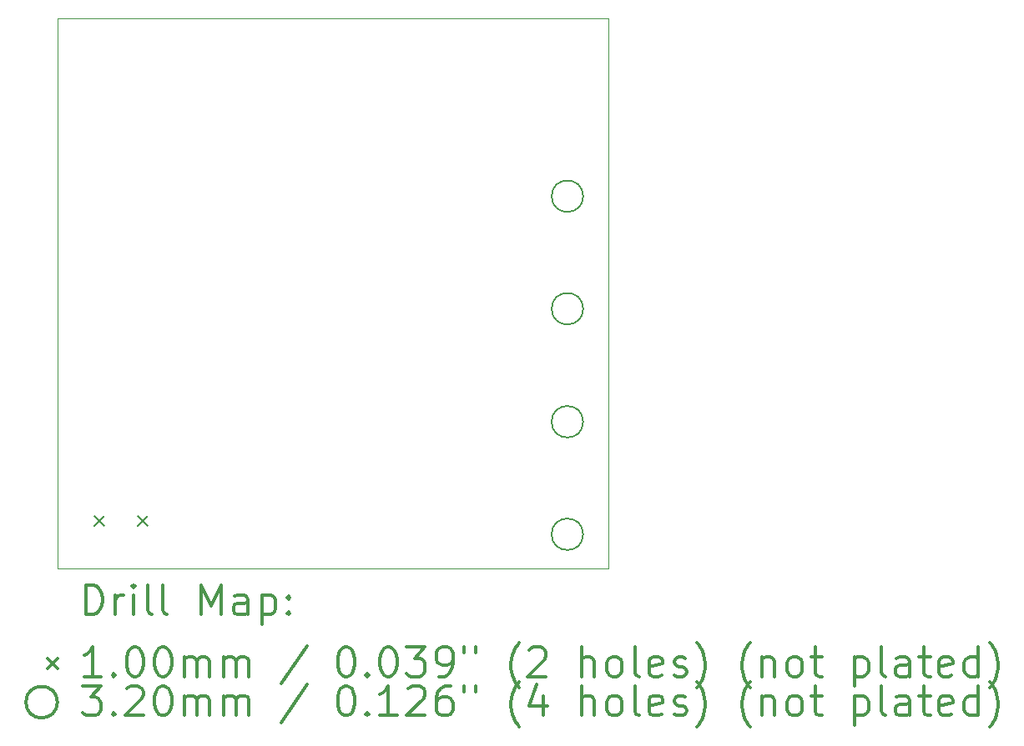
<source format=gbr>
%FSLAX45Y45*%
G04 Gerber Fmt 4.5, Leading zero omitted, Abs format (unit mm)*
G04 Created by KiCad (PCBNEW 5.0.1+dfsg1-2) date Fri 19 Oct 2018 12:08:07 CEST*
%MOMM*%
%LPD*%
G01*
G04 APERTURE LIST*
%ADD10C,0.100000*%
%ADD11C,0.200000*%
%ADD12C,0.300000*%
G04 APERTURE END LIST*
D10*
X8407400Y-5200650D02*
X8407400Y-10788650D01*
X13995400Y-10788650D02*
X8407400Y-10788650D01*
X13995400Y-5200650D02*
X13995400Y-10788650D01*
X8407400Y-5200650D02*
X13995400Y-5200650D01*
D11*
X8778750Y-10256050D02*
X8878750Y-10356050D01*
X8878750Y-10256050D02*
X8778750Y-10356050D01*
X9218750Y-10256050D02*
X9318750Y-10356050D01*
X9318750Y-10256050D02*
X9218750Y-10356050D01*
X13736300Y-7010400D02*
G75*
G03X13736300Y-7010400I-160000J0D01*
G01*
X13736300Y-8153400D02*
G75*
G03X13736300Y-8153400I-160000J0D01*
G01*
X13736300Y-9301480D02*
G75*
G03X13736300Y-9301480I-160000J0D01*
G01*
X13736300Y-10444480D02*
G75*
G03X13736300Y-10444480I-160000J0D01*
G01*
D12*
X8688828Y-11259364D02*
X8688828Y-10959364D01*
X8760257Y-10959364D01*
X8803114Y-10973650D01*
X8831686Y-11002222D01*
X8845971Y-11030793D01*
X8860257Y-11087936D01*
X8860257Y-11130793D01*
X8845971Y-11187936D01*
X8831686Y-11216507D01*
X8803114Y-11245079D01*
X8760257Y-11259364D01*
X8688828Y-11259364D01*
X8988828Y-11259364D02*
X8988828Y-11059364D01*
X8988828Y-11116507D02*
X9003114Y-11087936D01*
X9017400Y-11073650D01*
X9045971Y-11059364D01*
X9074543Y-11059364D01*
X9174543Y-11259364D02*
X9174543Y-11059364D01*
X9174543Y-10959364D02*
X9160257Y-10973650D01*
X9174543Y-10987936D01*
X9188828Y-10973650D01*
X9174543Y-10959364D01*
X9174543Y-10987936D01*
X9360257Y-11259364D02*
X9331686Y-11245079D01*
X9317400Y-11216507D01*
X9317400Y-10959364D01*
X9517400Y-11259364D02*
X9488828Y-11245079D01*
X9474543Y-11216507D01*
X9474543Y-10959364D01*
X9860257Y-11259364D02*
X9860257Y-10959364D01*
X9960257Y-11173650D01*
X10060257Y-10959364D01*
X10060257Y-11259364D01*
X10331686Y-11259364D02*
X10331686Y-11102222D01*
X10317400Y-11073650D01*
X10288828Y-11059364D01*
X10231686Y-11059364D01*
X10203114Y-11073650D01*
X10331686Y-11245079D02*
X10303114Y-11259364D01*
X10231686Y-11259364D01*
X10203114Y-11245079D01*
X10188828Y-11216507D01*
X10188828Y-11187936D01*
X10203114Y-11159364D01*
X10231686Y-11145079D01*
X10303114Y-11145079D01*
X10331686Y-11130793D01*
X10474543Y-11059364D02*
X10474543Y-11359364D01*
X10474543Y-11073650D02*
X10503114Y-11059364D01*
X10560257Y-11059364D01*
X10588828Y-11073650D01*
X10603114Y-11087936D01*
X10617400Y-11116507D01*
X10617400Y-11202221D01*
X10603114Y-11230793D01*
X10588828Y-11245079D01*
X10560257Y-11259364D01*
X10503114Y-11259364D01*
X10474543Y-11245079D01*
X10745971Y-11230793D02*
X10760257Y-11245079D01*
X10745971Y-11259364D01*
X10731686Y-11245079D01*
X10745971Y-11230793D01*
X10745971Y-11259364D01*
X10745971Y-11073650D02*
X10760257Y-11087936D01*
X10745971Y-11102222D01*
X10731686Y-11087936D01*
X10745971Y-11073650D01*
X10745971Y-11102222D01*
X8302400Y-11703650D02*
X8402400Y-11803650D01*
X8402400Y-11703650D02*
X8302400Y-11803650D01*
X8845971Y-11889364D02*
X8674543Y-11889364D01*
X8760257Y-11889364D02*
X8760257Y-11589364D01*
X8731686Y-11632221D01*
X8703114Y-11660793D01*
X8674543Y-11675079D01*
X8974543Y-11860793D02*
X8988828Y-11875079D01*
X8974543Y-11889364D01*
X8960257Y-11875079D01*
X8974543Y-11860793D01*
X8974543Y-11889364D01*
X9174543Y-11589364D02*
X9203114Y-11589364D01*
X9231686Y-11603650D01*
X9245971Y-11617936D01*
X9260257Y-11646507D01*
X9274543Y-11703650D01*
X9274543Y-11775079D01*
X9260257Y-11832221D01*
X9245971Y-11860793D01*
X9231686Y-11875079D01*
X9203114Y-11889364D01*
X9174543Y-11889364D01*
X9145971Y-11875079D01*
X9131686Y-11860793D01*
X9117400Y-11832221D01*
X9103114Y-11775079D01*
X9103114Y-11703650D01*
X9117400Y-11646507D01*
X9131686Y-11617936D01*
X9145971Y-11603650D01*
X9174543Y-11589364D01*
X9460257Y-11589364D02*
X9488828Y-11589364D01*
X9517400Y-11603650D01*
X9531686Y-11617936D01*
X9545971Y-11646507D01*
X9560257Y-11703650D01*
X9560257Y-11775079D01*
X9545971Y-11832221D01*
X9531686Y-11860793D01*
X9517400Y-11875079D01*
X9488828Y-11889364D01*
X9460257Y-11889364D01*
X9431686Y-11875079D01*
X9417400Y-11860793D01*
X9403114Y-11832221D01*
X9388828Y-11775079D01*
X9388828Y-11703650D01*
X9403114Y-11646507D01*
X9417400Y-11617936D01*
X9431686Y-11603650D01*
X9460257Y-11589364D01*
X9688828Y-11889364D02*
X9688828Y-11689364D01*
X9688828Y-11717936D02*
X9703114Y-11703650D01*
X9731686Y-11689364D01*
X9774543Y-11689364D01*
X9803114Y-11703650D01*
X9817400Y-11732221D01*
X9817400Y-11889364D01*
X9817400Y-11732221D02*
X9831686Y-11703650D01*
X9860257Y-11689364D01*
X9903114Y-11689364D01*
X9931686Y-11703650D01*
X9945971Y-11732221D01*
X9945971Y-11889364D01*
X10088828Y-11889364D02*
X10088828Y-11689364D01*
X10088828Y-11717936D02*
X10103114Y-11703650D01*
X10131686Y-11689364D01*
X10174543Y-11689364D01*
X10203114Y-11703650D01*
X10217400Y-11732221D01*
X10217400Y-11889364D01*
X10217400Y-11732221D02*
X10231686Y-11703650D01*
X10260257Y-11689364D01*
X10303114Y-11689364D01*
X10331686Y-11703650D01*
X10345971Y-11732221D01*
X10345971Y-11889364D01*
X10931686Y-11575079D02*
X10674543Y-11960793D01*
X11317400Y-11589364D02*
X11345971Y-11589364D01*
X11374543Y-11603650D01*
X11388828Y-11617936D01*
X11403114Y-11646507D01*
X11417400Y-11703650D01*
X11417400Y-11775079D01*
X11403114Y-11832221D01*
X11388828Y-11860793D01*
X11374543Y-11875079D01*
X11345971Y-11889364D01*
X11317400Y-11889364D01*
X11288828Y-11875079D01*
X11274543Y-11860793D01*
X11260257Y-11832221D01*
X11245971Y-11775079D01*
X11245971Y-11703650D01*
X11260257Y-11646507D01*
X11274543Y-11617936D01*
X11288828Y-11603650D01*
X11317400Y-11589364D01*
X11545971Y-11860793D02*
X11560257Y-11875079D01*
X11545971Y-11889364D01*
X11531686Y-11875079D01*
X11545971Y-11860793D01*
X11545971Y-11889364D01*
X11745971Y-11589364D02*
X11774543Y-11589364D01*
X11803114Y-11603650D01*
X11817400Y-11617936D01*
X11831686Y-11646507D01*
X11845971Y-11703650D01*
X11845971Y-11775079D01*
X11831686Y-11832221D01*
X11817400Y-11860793D01*
X11803114Y-11875079D01*
X11774543Y-11889364D01*
X11745971Y-11889364D01*
X11717400Y-11875079D01*
X11703114Y-11860793D01*
X11688828Y-11832221D01*
X11674543Y-11775079D01*
X11674543Y-11703650D01*
X11688828Y-11646507D01*
X11703114Y-11617936D01*
X11717400Y-11603650D01*
X11745971Y-11589364D01*
X11945971Y-11589364D02*
X12131686Y-11589364D01*
X12031686Y-11703650D01*
X12074543Y-11703650D01*
X12103114Y-11717936D01*
X12117400Y-11732221D01*
X12131686Y-11760793D01*
X12131686Y-11832221D01*
X12117400Y-11860793D01*
X12103114Y-11875079D01*
X12074543Y-11889364D01*
X11988828Y-11889364D01*
X11960257Y-11875079D01*
X11945971Y-11860793D01*
X12274543Y-11889364D02*
X12331686Y-11889364D01*
X12360257Y-11875079D01*
X12374543Y-11860793D01*
X12403114Y-11817936D01*
X12417400Y-11760793D01*
X12417400Y-11646507D01*
X12403114Y-11617936D01*
X12388828Y-11603650D01*
X12360257Y-11589364D01*
X12303114Y-11589364D01*
X12274543Y-11603650D01*
X12260257Y-11617936D01*
X12245971Y-11646507D01*
X12245971Y-11717936D01*
X12260257Y-11746507D01*
X12274543Y-11760793D01*
X12303114Y-11775079D01*
X12360257Y-11775079D01*
X12388828Y-11760793D01*
X12403114Y-11746507D01*
X12417400Y-11717936D01*
X12531686Y-11589364D02*
X12531686Y-11646507D01*
X12645971Y-11589364D02*
X12645971Y-11646507D01*
X13088828Y-12003650D02*
X13074543Y-11989364D01*
X13045971Y-11946507D01*
X13031686Y-11917936D01*
X13017400Y-11875079D01*
X13003114Y-11803650D01*
X13003114Y-11746507D01*
X13017400Y-11675079D01*
X13031686Y-11632221D01*
X13045971Y-11603650D01*
X13074543Y-11560793D01*
X13088828Y-11546507D01*
X13188828Y-11617936D02*
X13203114Y-11603650D01*
X13231686Y-11589364D01*
X13303114Y-11589364D01*
X13331686Y-11603650D01*
X13345971Y-11617936D01*
X13360257Y-11646507D01*
X13360257Y-11675079D01*
X13345971Y-11717936D01*
X13174543Y-11889364D01*
X13360257Y-11889364D01*
X13717400Y-11889364D02*
X13717400Y-11589364D01*
X13845971Y-11889364D02*
X13845971Y-11732221D01*
X13831686Y-11703650D01*
X13803114Y-11689364D01*
X13760257Y-11689364D01*
X13731686Y-11703650D01*
X13717400Y-11717936D01*
X14031686Y-11889364D02*
X14003114Y-11875079D01*
X13988828Y-11860793D01*
X13974543Y-11832221D01*
X13974543Y-11746507D01*
X13988828Y-11717936D01*
X14003114Y-11703650D01*
X14031686Y-11689364D01*
X14074543Y-11689364D01*
X14103114Y-11703650D01*
X14117400Y-11717936D01*
X14131686Y-11746507D01*
X14131686Y-11832221D01*
X14117400Y-11860793D01*
X14103114Y-11875079D01*
X14074543Y-11889364D01*
X14031686Y-11889364D01*
X14303114Y-11889364D02*
X14274543Y-11875079D01*
X14260257Y-11846507D01*
X14260257Y-11589364D01*
X14531686Y-11875079D02*
X14503114Y-11889364D01*
X14445971Y-11889364D01*
X14417400Y-11875079D01*
X14403114Y-11846507D01*
X14403114Y-11732221D01*
X14417400Y-11703650D01*
X14445971Y-11689364D01*
X14503114Y-11689364D01*
X14531686Y-11703650D01*
X14545971Y-11732221D01*
X14545971Y-11760793D01*
X14403114Y-11789364D01*
X14660257Y-11875079D02*
X14688828Y-11889364D01*
X14745971Y-11889364D01*
X14774543Y-11875079D01*
X14788828Y-11846507D01*
X14788828Y-11832221D01*
X14774543Y-11803650D01*
X14745971Y-11789364D01*
X14703114Y-11789364D01*
X14674543Y-11775079D01*
X14660257Y-11746507D01*
X14660257Y-11732221D01*
X14674543Y-11703650D01*
X14703114Y-11689364D01*
X14745971Y-11689364D01*
X14774543Y-11703650D01*
X14888828Y-12003650D02*
X14903114Y-11989364D01*
X14931686Y-11946507D01*
X14945971Y-11917936D01*
X14960257Y-11875079D01*
X14974543Y-11803650D01*
X14974543Y-11746507D01*
X14960257Y-11675079D01*
X14945971Y-11632221D01*
X14931686Y-11603650D01*
X14903114Y-11560793D01*
X14888828Y-11546507D01*
X15431686Y-12003650D02*
X15417400Y-11989364D01*
X15388828Y-11946507D01*
X15374543Y-11917936D01*
X15360257Y-11875079D01*
X15345971Y-11803650D01*
X15345971Y-11746507D01*
X15360257Y-11675079D01*
X15374543Y-11632221D01*
X15388828Y-11603650D01*
X15417400Y-11560793D01*
X15431686Y-11546507D01*
X15545971Y-11689364D02*
X15545971Y-11889364D01*
X15545971Y-11717936D02*
X15560257Y-11703650D01*
X15588828Y-11689364D01*
X15631686Y-11689364D01*
X15660257Y-11703650D01*
X15674543Y-11732221D01*
X15674543Y-11889364D01*
X15860257Y-11889364D02*
X15831686Y-11875079D01*
X15817400Y-11860793D01*
X15803114Y-11832221D01*
X15803114Y-11746507D01*
X15817400Y-11717936D01*
X15831686Y-11703650D01*
X15860257Y-11689364D01*
X15903114Y-11689364D01*
X15931686Y-11703650D01*
X15945971Y-11717936D01*
X15960257Y-11746507D01*
X15960257Y-11832221D01*
X15945971Y-11860793D01*
X15931686Y-11875079D01*
X15903114Y-11889364D01*
X15860257Y-11889364D01*
X16045971Y-11689364D02*
X16160257Y-11689364D01*
X16088828Y-11589364D02*
X16088828Y-11846507D01*
X16103114Y-11875079D01*
X16131686Y-11889364D01*
X16160257Y-11889364D01*
X16488828Y-11689364D02*
X16488828Y-11989364D01*
X16488828Y-11703650D02*
X16517400Y-11689364D01*
X16574543Y-11689364D01*
X16603114Y-11703650D01*
X16617400Y-11717936D01*
X16631686Y-11746507D01*
X16631686Y-11832221D01*
X16617400Y-11860793D01*
X16603114Y-11875079D01*
X16574543Y-11889364D01*
X16517400Y-11889364D01*
X16488828Y-11875079D01*
X16803114Y-11889364D02*
X16774543Y-11875079D01*
X16760257Y-11846507D01*
X16760257Y-11589364D01*
X17045971Y-11889364D02*
X17045971Y-11732221D01*
X17031686Y-11703650D01*
X17003114Y-11689364D01*
X16945971Y-11689364D01*
X16917400Y-11703650D01*
X17045971Y-11875079D02*
X17017400Y-11889364D01*
X16945971Y-11889364D01*
X16917400Y-11875079D01*
X16903114Y-11846507D01*
X16903114Y-11817936D01*
X16917400Y-11789364D01*
X16945971Y-11775079D01*
X17017400Y-11775079D01*
X17045971Y-11760793D01*
X17145971Y-11689364D02*
X17260257Y-11689364D01*
X17188828Y-11589364D02*
X17188828Y-11846507D01*
X17203114Y-11875079D01*
X17231686Y-11889364D01*
X17260257Y-11889364D01*
X17474543Y-11875079D02*
X17445971Y-11889364D01*
X17388828Y-11889364D01*
X17360257Y-11875079D01*
X17345971Y-11846507D01*
X17345971Y-11732221D01*
X17360257Y-11703650D01*
X17388828Y-11689364D01*
X17445971Y-11689364D01*
X17474543Y-11703650D01*
X17488828Y-11732221D01*
X17488828Y-11760793D01*
X17345971Y-11789364D01*
X17745971Y-11889364D02*
X17745971Y-11589364D01*
X17745971Y-11875079D02*
X17717400Y-11889364D01*
X17660257Y-11889364D01*
X17631686Y-11875079D01*
X17617400Y-11860793D01*
X17603114Y-11832221D01*
X17603114Y-11746507D01*
X17617400Y-11717936D01*
X17631686Y-11703650D01*
X17660257Y-11689364D01*
X17717400Y-11689364D01*
X17745971Y-11703650D01*
X17860257Y-12003650D02*
X17874543Y-11989364D01*
X17903114Y-11946507D01*
X17917400Y-11917936D01*
X17931686Y-11875079D01*
X17945971Y-11803650D01*
X17945971Y-11746507D01*
X17931686Y-11675079D01*
X17917400Y-11632221D01*
X17903114Y-11603650D01*
X17874543Y-11560793D01*
X17860257Y-11546507D01*
X8402400Y-12149650D02*
G75*
G03X8402400Y-12149650I-160000J0D01*
G01*
X8660257Y-11985364D02*
X8845971Y-11985364D01*
X8745971Y-12099650D01*
X8788828Y-12099650D01*
X8817400Y-12113936D01*
X8831686Y-12128221D01*
X8845971Y-12156793D01*
X8845971Y-12228221D01*
X8831686Y-12256793D01*
X8817400Y-12271079D01*
X8788828Y-12285364D01*
X8703114Y-12285364D01*
X8674543Y-12271079D01*
X8660257Y-12256793D01*
X8974543Y-12256793D02*
X8988828Y-12271079D01*
X8974543Y-12285364D01*
X8960257Y-12271079D01*
X8974543Y-12256793D01*
X8974543Y-12285364D01*
X9103114Y-12013936D02*
X9117400Y-11999650D01*
X9145971Y-11985364D01*
X9217400Y-11985364D01*
X9245971Y-11999650D01*
X9260257Y-12013936D01*
X9274543Y-12042507D01*
X9274543Y-12071079D01*
X9260257Y-12113936D01*
X9088828Y-12285364D01*
X9274543Y-12285364D01*
X9460257Y-11985364D02*
X9488828Y-11985364D01*
X9517400Y-11999650D01*
X9531686Y-12013936D01*
X9545971Y-12042507D01*
X9560257Y-12099650D01*
X9560257Y-12171079D01*
X9545971Y-12228221D01*
X9531686Y-12256793D01*
X9517400Y-12271079D01*
X9488828Y-12285364D01*
X9460257Y-12285364D01*
X9431686Y-12271079D01*
X9417400Y-12256793D01*
X9403114Y-12228221D01*
X9388828Y-12171079D01*
X9388828Y-12099650D01*
X9403114Y-12042507D01*
X9417400Y-12013936D01*
X9431686Y-11999650D01*
X9460257Y-11985364D01*
X9688828Y-12285364D02*
X9688828Y-12085364D01*
X9688828Y-12113936D02*
X9703114Y-12099650D01*
X9731686Y-12085364D01*
X9774543Y-12085364D01*
X9803114Y-12099650D01*
X9817400Y-12128221D01*
X9817400Y-12285364D01*
X9817400Y-12128221D02*
X9831686Y-12099650D01*
X9860257Y-12085364D01*
X9903114Y-12085364D01*
X9931686Y-12099650D01*
X9945971Y-12128221D01*
X9945971Y-12285364D01*
X10088828Y-12285364D02*
X10088828Y-12085364D01*
X10088828Y-12113936D02*
X10103114Y-12099650D01*
X10131686Y-12085364D01*
X10174543Y-12085364D01*
X10203114Y-12099650D01*
X10217400Y-12128221D01*
X10217400Y-12285364D01*
X10217400Y-12128221D02*
X10231686Y-12099650D01*
X10260257Y-12085364D01*
X10303114Y-12085364D01*
X10331686Y-12099650D01*
X10345971Y-12128221D01*
X10345971Y-12285364D01*
X10931686Y-11971079D02*
X10674543Y-12356793D01*
X11317400Y-11985364D02*
X11345971Y-11985364D01*
X11374543Y-11999650D01*
X11388828Y-12013936D01*
X11403114Y-12042507D01*
X11417400Y-12099650D01*
X11417400Y-12171079D01*
X11403114Y-12228221D01*
X11388828Y-12256793D01*
X11374543Y-12271079D01*
X11345971Y-12285364D01*
X11317400Y-12285364D01*
X11288828Y-12271079D01*
X11274543Y-12256793D01*
X11260257Y-12228221D01*
X11245971Y-12171079D01*
X11245971Y-12099650D01*
X11260257Y-12042507D01*
X11274543Y-12013936D01*
X11288828Y-11999650D01*
X11317400Y-11985364D01*
X11545971Y-12256793D02*
X11560257Y-12271079D01*
X11545971Y-12285364D01*
X11531686Y-12271079D01*
X11545971Y-12256793D01*
X11545971Y-12285364D01*
X11845971Y-12285364D02*
X11674543Y-12285364D01*
X11760257Y-12285364D02*
X11760257Y-11985364D01*
X11731686Y-12028221D01*
X11703114Y-12056793D01*
X11674543Y-12071079D01*
X11960257Y-12013936D02*
X11974543Y-11999650D01*
X12003114Y-11985364D01*
X12074543Y-11985364D01*
X12103114Y-11999650D01*
X12117400Y-12013936D01*
X12131686Y-12042507D01*
X12131686Y-12071079D01*
X12117400Y-12113936D01*
X11945971Y-12285364D01*
X12131686Y-12285364D01*
X12388828Y-11985364D02*
X12331686Y-11985364D01*
X12303114Y-11999650D01*
X12288828Y-12013936D01*
X12260257Y-12056793D01*
X12245971Y-12113936D01*
X12245971Y-12228221D01*
X12260257Y-12256793D01*
X12274543Y-12271079D01*
X12303114Y-12285364D01*
X12360257Y-12285364D01*
X12388828Y-12271079D01*
X12403114Y-12256793D01*
X12417400Y-12228221D01*
X12417400Y-12156793D01*
X12403114Y-12128221D01*
X12388828Y-12113936D01*
X12360257Y-12099650D01*
X12303114Y-12099650D01*
X12274543Y-12113936D01*
X12260257Y-12128221D01*
X12245971Y-12156793D01*
X12531686Y-11985364D02*
X12531686Y-12042507D01*
X12645971Y-11985364D02*
X12645971Y-12042507D01*
X13088828Y-12399650D02*
X13074543Y-12385364D01*
X13045971Y-12342507D01*
X13031686Y-12313936D01*
X13017400Y-12271079D01*
X13003114Y-12199650D01*
X13003114Y-12142507D01*
X13017400Y-12071079D01*
X13031686Y-12028221D01*
X13045971Y-11999650D01*
X13074543Y-11956793D01*
X13088828Y-11942507D01*
X13331686Y-12085364D02*
X13331686Y-12285364D01*
X13260257Y-11971079D02*
X13188828Y-12185364D01*
X13374543Y-12185364D01*
X13717400Y-12285364D02*
X13717400Y-11985364D01*
X13845971Y-12285364D02*
X13845971Y-12128221D01*
X13831686Y-12099650D01*
X13803114Y-12085364D01*
X13760257Y-12085364D01*
X13731686Y-12099650D01*
X13717400Y-12113936D01*
X14031686Y-12285364D02*
X14003114Y-12271079D01*
X13988828Y-12256793D01*
X13974543Y-12228221D01*
X13974543Y-12142507D01*
X13988828Y-12113936D01*
X14003114Y-12099650D01*
X14031686Y-12085364D01*
X14074543Y-12085364D01*
X14103114Y-12099650D01*
X14117400Y-12113936D01*
X14131686Y-12142507D01*
X14131686Y-12228221D01*
X14117400Y-12256793D01*
X14103114Y-12271079D01*
X14074543Y-12285364D01*
X14031686Y-12285364D01*
X14303114Y-12285364D02*
X14274543Y-12271079D01*
X14260257Y-12242507D01*
X14260257Y-11985364D01*
X14531686Y-12271079D02*
X14503114Y-12285364D01*
X14445971Y-12285364D01*
X14417400Y-12271079D01*
X14403114Y-12242507D01*
X14403114Y-12128221D01*
X14417400Y-12099650D01*
X14445971Y-12085364D01*
X14503114Y-12085364D01*
X14531686Y-12099650D01*
X14545971Y-12128221D01*
X14545971Y-12156793D01*
X14403114Y-12185364D01*
X14660257Y-12271079D02*
X14688828Y-12285364D01*
X14745971Y-12285364D01*
X14774543Y-12271079D01*
X14788828Y-12242507D01*
X14788828Y-12228221D01*
X14774543Y-12199650D01*
X14745971Y-12185364D01*
X14703114Y-12185364D01*
X14674543Y-12171079D01*
X14660257Y-12142507D01*
X14660257Y-12128221D01*
X14674543Y-12099650D01*
X14703114Y-12085364D01*
X14745971Y-12085364D01*
X14774543Y-12099650D01*
X14888828Y-12399650D02*
X14903114Y-12385364D01*
X14931686Y-12342507D01*
X14945971Y-12313936D01*
X14960257Y-12271079D01*
X14974543Y-12199650D01*
X14974543Y-12142507D01*
X14960257Y-12071079D01*
X14945971Y-12028221D01*
X14931686Y-11999650D01*
X14903114Y-11956793D01*
X14888828Y-11942507D01*
X15431686Y-12399650D02*
X15417400Y-12385364D01*
X15388828Y-12342507D01*
X15374543Y-12313936D01*
X15360257Y-12271079D01*
X15345971Y-12199650D01*
X15345971Y-12142507D01*
X15360257Y-12071079D01*
X15374543Y-12028221D01*
X15388828Y-11999650D01*
X15417400Y-11956793D01*
X15431686Y-11942507D01*
X15545971Y-12085364D02*
X15545971Y-12285364D01*
X15545971Y-12113936D02*
X15560257Y-12099650D01*
X15588828Y-12085364D01*
X15631686Y-12085364D01*
X15660257Y-12099650D01*
X15674543Y-12128221D01*
X15674543Y-12285364D01*
X15860257Y-12285364D02*
X15831686Y-12271079D01*
X15817400Y-12256793D01*
X15803114Y-12228221D01*
X15803114Y-12142507D01*
X15817400Y-12113936D01*
X15831686Y-12099650D01*
X15860257Y-12085364D01*
X15903114Y-12085364D01*
X15931686Y-12099650D01*
X15945971Y-12113936D01*
X15960257Y-12142507D01*
X15960257Y-12228221D01*
X15945971Y-12256793D01*
X15931686Y-12271079D01*
X15903114Y-12285364D01*
X15860257Y-12285364D01*
X16045971Y-12085364D02*
X16160257Y-12085364D01*
X16088828Y-11985364D02*
X16088828Y-12242507D01*
X16103114Y-12271079D01*
X16131686Y-12285364D01*
X16160257Y-12285364D01*
X16488828Y-12085364D02*
X16488828Y-12385364D01*
X16488828Y-12099650D02*
X16517400Y-12085364D01*
X16574543Y-12085364D01*
X16603114Y-12099650D01*
X16617400Y-12113936D01*
X16631686Y-12142507D01*
X16631686Y-12228221D01*
X16617400Y-12256793D01*
X16603114Y-12271079D01*
X16574543Y-12285364D01*
X16517400Y-12285364D01*
X16488828Y-12271079D01*
X16803114Y-12285364D02*
X16774543Y-12271079D01*
X16760257Y-12242507D01*
X16760257Y-11985364D01*
X17045971Y-12285364D02*
X17045971Y-12128221D01*
X17031686Y-12099650D01*
X17003114Y-12085364D01*
X16945971Y-12085364D01*
X16917400Y-12099650D01*
X17045971Y-12271079D02*
X17017400Y-12285364D01*
X16945971Y-12285364D01*
X16917400Y-12271079D01*
X16903114Y-12242507D01*
X16903114Y-12213936D01*
X16917400Y-12185364D01*
X16945971Y-12171079D01*
X17017400Y-12171079D01*
X17045971Y-12156793D01*
X17145971Y-12085364D02*
X17260257Y-12085364D01*
X17188828Y-11985364D02*
X17188828Y-12242507D01*
X17203114Y-12271079D01*
X17231686Y-12285364D01*
X17260257Y-12285364D01*
X17474543Y-12271079D02*
X17445971Y-12285364D01*
X17388828Y-12285364D01*
X17360257Y-12271079D01*
X17345971Y-12242507D01*
X17345971Y-12128221D01*
X17360257Y-12099650D01*
X17388828Y-12085364D01*
X17445971Y-12085364D01*
X17474543Y-12099650D01*
X17488828Y-12128221D01*
X17488828Y-12156793D01*
X17345971Y-12185364D01*
X17745971Y-12285364D02*
X17745971Y-11985364D01*
X17745971Y-12271079D02*
X17717400Y-12285364D01*
X17660257Y-12285364D01*
X17631686Y-12271079D01*
X17617400Y-12256793D01*
X17603114Y-12228221D01*
X17603114Y-12142507D01*
X17617400Y-12113936D01*
X17631686Y-12099650D01*
X17660257Y-12085364D01*
X17717400Y-12085364D01*
X17745971Y-12099650D01*
X17860257Y-12399650D02*
X17874543Y-12385364D01*
X17903114Y-12342507D01*
X17917400Y-12313936D01*
X17931686Y-12271079D01*
X17945971Y-12199650D01*
X17945971Y-12142507D01*
X17931686Y-12071079D01*
X17917400Y-12028221D01*
X17903114Y-11999650D01*
X17874543Y-11956793D01*
X17860257Y-11942507D01*
M02*

</source>
